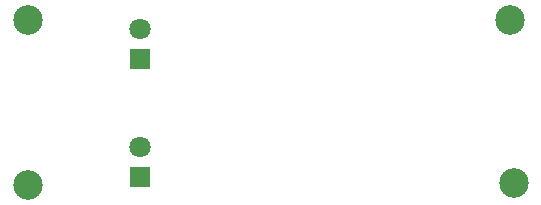
<source format=gbr>
%TF.GenerationSoftware,KiCad,Pcbnew,7.0.10+1*%
%TF.CreationDate,2024-03-12T10:53:23+01:00*%
%TF.ProjectId,IR-sensor,49522d73-656e-4736-9f72-2e6b69636164,rev?*%
%TF.SameCoordinates,Original*%
%TF.FileFunction,Soldermask,Bot*%
%TF.FilePolarity,Negative*%
%FSLAX46Y46*%
G04 Gerber Fmt 4.6, Leading zero omitted, Abs format (unit mm)*
G04 Created by KiCad (PCBNEW 7.0.10+1) date 2024-03-12 10:53:23*
%MOMM*%
%LPD*%
G01*
G04 APERTURE LIST*
%ADD10C,2.500000*%
%ADD11R,1.800000X1.800000*%
%ADD12C,1.800000*%
G04 APERTURE END LIST*
D10*
%TO.C,H4*%
X53000000Y-67000000D03*
%TD*%
D11*
%TO.C,D5*%
X62535000Y-56275000D03*
D12*
X62535000Y-53735000D03*
%TD*%
D10*
%TO.C,H3*%
X53000000Y-53000000D03*
%TD*%
D11*
%TO.C,D6*%
X62535000Y-66275000D03*
D12*
X62535000Y-63735000D03*
%TD*%
D10*
%TO.C,H2*%
X94175000Y-66775000D03*
%TD*%
%TO.C,H1*%
X93875000Y-52975000D03*
%TD*%
M02*

</source>
